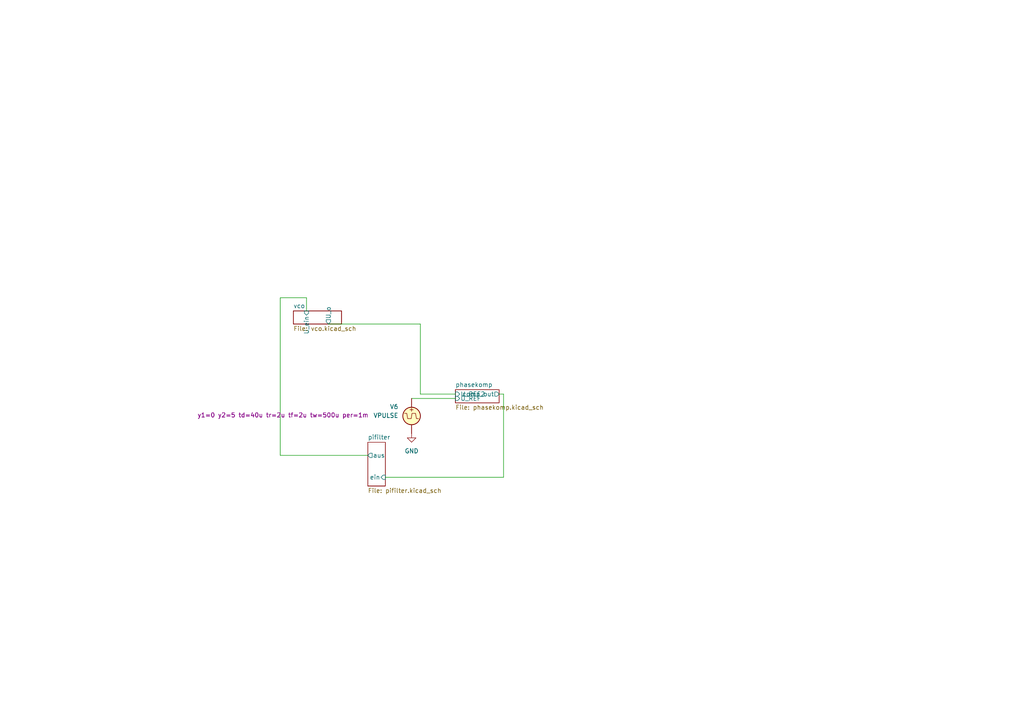
<source format=kicad_sch>
(kicad_sch
	(version 20231120)
	(generator "eeschema")
	(generator_version "8.0")
	(uuid "2bfb4d56-aacb-4507-b57e-dbc901fa3ede")
	(paper "A4")
	(lib_symbols
		(symbol "Simulation_SPICE:VPULSE"
			(pin_numbers hide)
			(pin_names
				(offset 0.0254)
			)
			(exclude_from_sim no)
			(in_bom yes)
			(on_board yes)
			(property "Reference" "V"
				(at 2.54 2.54 0)
				(effects
					(font
						(size 1.27 1.27)
					)
					(justify left)
				)
			)
			(property "Value" "VPULSE"
				(at 2.54 0 0)
				(effects
					(font
						(size 1.27 1.27)
					)
					(justify left)
				)
			)
			(property "Footprint" ""
				(at 0 0 0)
				(effects
					(font
						(size 1.27 1.27)
					)
					(hide yes)
				)
			)
			(property "Datasheet" "~"
				(at 0 0 0)
				(effects
					(font
						(size 1.27 1.27)
					)
					(hide yes)
				)
			)
			(property "Description" "Voltage source, pulse"
				(at 0 0 0)
				(effects
					(font
						(size 1.27 1.27)
					)
					(hide yes)
				)
			)
			(property "Sim.Pins" "1=+ 2=-"
				(at 0 0 0)
				(effects
					(font
						(size 1.27 1.27)
					)
					(hide yes)
				)
			)
			(property "Sim.Type" "PULSE"
				(at 0 0 0)
				(effects
					(font
						(size 1.27 1.27)
					)
					(hide yes)
				)
			)
			(property "Sim.Device" "V"
				(at 0 0 0)
				(effects
					(font
						(size 1.27 1.27)
					)
					(justify left)
					(hide yes)
				)
			)
			(property "Sim.Params" "y1=0 y2=1 td=2n tr=2n tf=2n tw=50n per=100n"
				(at 2.54 -2.54 0)
				(effects
					(font
						(size 1.27 1.27)
					)
					(justify left)
				)
			)
			(property "ki_keywords" "simulation"
				(at 0 0 0)
				(effects
					(font
						(size 1.27 1.27)
					)
					(hide yes)
				)
			)
			(symbol "VPULSE_0_0"
				(polyline
					(pts
						(xy -2.032 -0.762) (xy -1.397 -0.762) (xy -1.143 0.762) (xy -0.127 0.762) (xy 0.127 -0.762) (xy 1.143 -0.762)
						(xy 1.397 0.762) (xy 2.032 0.762)
					)
					(stroke
						(width 0)
						(type default)
					)
					(fill
						(type none)
					)
				)
				(text "+"
					(at 0 1.905 0)
					(effects
						(font
							(size 1.27 1.27)
						)
					)
				)
			)
			(symbol "VPULSE_0_1"
				(circle
					(center 0 0)
					(radius 2.54)
					(stroke
						(width 0.254)
						(type default)
					)
					(fill
						(type background)
					)
				)
			)
			(symbol "VPULSE_1_1"
				(pin passive line
					(at 0 5.08 270)
					(length 2.54)
					(name "~"
						(effects
							(font
								(size 1.27 1.27)
							)
						)
					)
					(number "1"
						(effects
							(font
								(size 1.27 1.27)
							)
						)
					)
				)
				(pin passive line
					(at 0 -5.08 90)
					(length 2.54)
					(name "~"
						(effects
							(font
								(size 1.27 1.27)
							)
						)
					)
					(number "2"
						(effects
							(font
								(size 1.27 1.27)
							)
						)
					)
				)
			)
		)
		(symbol "power:GND"
			(power)
			(pin_names
				(offset 0)
			)
			(exclude_from_sim no)
			(in_bom yes)
			(on_board yes)
			(property "Reference" "#PWR"
				(at 0 -6.35 0)
				(effects
					(font
						(size 1.27 1.27)
					)
					(hide yes)
				)
			)
			(property "Value" "GND"
				(at 0 -3.81 0)
				(effects
					(font
						(size 1.27 1.27)
					)
				)
			)
			(property "Footprint" ""
				(at 0 0 0)
				(effects
					(font
						(size 1.27 1.27)
					)
					(hide yes)
				)
			)
			(property "Datasheet" ""
				(at 0 0 0)
				(effects
					(font
						(size 1.27 1.27)
					)
					(hide yes)
				)
			)
			(property "Description" "Power symbol creates a global label with name \"GND\" , ground"
				(at 0 0 0)
				(effects
					(font
						(size 1.27 1.27)
					)
					(hide yes)
				)
			)
			(property "ki_keywords" "global power"
				(at 0 0 0)
				(effects
					(font
						(size 1.27 1.27)
					)
					(hide yes)
				)
			)
			(symbol "GND_0_1"
				(polyline
					(pts
						(xy 0 0) (xy 0 -1.27) (xy 1.27 -1.27) (xy 0 -2.54) (xy -1.27 -1.27) (xy 0 -1.27)
					)
					(stroke
						(width 0)
						(type default)
					)
					(fill
						(type none)
					)
				)
			)
			(symbol "GND_1_1"
				(pin power_in line
					(at 0 0 270)
					(length 0) hide
					(name "GND"
						(effects
							(font
								(size 1.27 1.27)
							)
						)
					)
					(number "1"
						(effects
							(font
								(size 1.27 1.27)
							)
						)
					)
				)
			)
		)
	)
	(wire
		(pts
			(xy 144.78 114.3) (xy 146.05 114.3)
		)
		(stroke
			(width 0)
			(type default)
		)
		(uuid "0e9f6669-9012-4252-a37f-78d7cbd4ef98")
	)
	(wire
		(pts
			(xy 81.28 86.36) (xy 88.9 86.36)
		)
		(stroke
			(width 0)
			(type default)
		)
		(uuid "58ee4c0f-7f88-4ddb-8d65-a350d567c442")
	)
	(wire
		(pts
			(xy 146.05 138.43) (xy 111.76 138.43)
		)
		(stroke
			(width 0)
			(type default)
		)
		(uuid "73e14d8f-5d49-453f-9765-35de50a6fd75")
	)
	(wire
		(pts
			(xy 106.68 132.08) (xy 81.28 132.08)
		)
		(stroke
			(width 0)
			(type default)
		)
		(uuid "748c9e64-1ea7-4ecb-8b08-db44f8f43104")
	)
	(wire
		(pts
			(xy 81.28 132.08) (xy 81.28 86.36)
		)
		(stroke
			(width 0)
			(type default)
		)
		(uuid "890e5cea-9b01-4b92-bf48-69467f2ff584")
	)
	(wire
		(pts
			(xy 146.05 114.3) (xy 146.05 138.43)
		)
		(stroke
			(width 0)
			(type default)
		)
		(uuid "8b2a63a1-ddfb-4e04-9688-ac90abc3b07b")
	)
	(wire
		(pts
			(xy 119.38 115.57) (xy 132.08 115.57)
		)
		(stroke
			(width 0)
			(type default)
		)
		(uuid "90e045fd-1890-4379-96a7-2aa4d1d8e632")
	)
	(wire
		(pts
			(xy 88.9 86.36) (xy 88.9 90.17)
		)
		(stroke
			(width 0)
			(type default)
		)
		(uuid "97697b0c-df00-40b1-a741-32b7cf670fce")
	)
	(wire
		(pts
			(xy 132.08 114.3) (xy 121.92 114.3)
		)
		(stroke
			(width 0)
			(type default)
		)
		(uuid "b19f7c59-c23c-4b15-b130-a58cd3616f22")
	)
	(wire
		(pts
			(xy 95.25 93.98) (xy 121.92 93.98)
		)
		(stroke
			(width 0)
			(type default)
		)
		(uuid "b7b038ca-bb7d-4c53-a86a-e1494c2189e6")
	)
	(wire
		(pts
			(xy 121.92 93.98) (xy 121.92 114.3)
		)
		(stroke
			(width 0)
			(type default)
		)
		(uuid "fbbc74e8-7258-45d9-b872-3c4ba0bbc329")
	)
	(symbol
		(lib_id "power:GND")
		(at 119.38 125.73 0)
		(unit 1)
		(exclude_from_sim no)
		(in_bom yes)
		(on_board yes)
		(dnp no)
		(fields_autoplaced yes)
		(uuid "865a8b06-e8ee-43ef-adc5-40d1e47e22b4")
		(property "Reference" "#PWR018"
			(at 119.38 132.08 0)
			(effects
				(font
					(size 1.27 1.27)
				)
				(hide yes)
			)
		)
		(property "Value" "GND"
			(at 119.38 130.81 0)
			(effects
				(font
					(size 1.27 1.27)
				)
			)
		)
		(property "Footprint" ""
			(at 119.38 125.73 0)
			(effects
				(font
					(size 1.27 1.27)
				)
				(hide yes)
			)
		)
		(property "Datasheet" ""
			(at 119.38 125.73 0)
			(effects
				(font
					(size 1.27 1.27)
				)
				(hide yes)
			)
		)
		(property "Description" ""
			(at 119.38 125.73 0)
			(effects
				(font
					(size 1.27 1.27)
				)
				(hide yes)
			)
		)
		(pin "1"
			(uuid "222f7f1f-8262-4abf-a289-8f566b5d39a3")
		)
		(instances
			(project "alles_getrennt"
				(path "/2bfb4d56-aacb-4507-b57e-dbc901fa3ede"
					(reference "#PWR018")
					(unit 1)
				)
			)
		)
	)
	(symbol
		(lib_id "Simulation_SPICE:VPULSE")
		(at 119.38 120.65 0)
		(mirror y)
		(unit 1)
		(exclude_from_sim no)
		(in_bom yes)
		(on_board yes)
		(dnp no)
		(uuid "f52257ae-fb50-41c3-996a-41ae4c32b640")
		(property "Reference" "V6"
			(at 115.57 117.9802 0)
			(effects
				(font
					(size 1.27 1.27)
				)
				(justify left)
			)
		)
		(property "Value" "VPULSE"
			(at 115.57 120.5202 0)
			(effects
				(font
					(size 1.27 1.27)
				)
				(justify left)
			)
		)
		(property "Footprint" ""
			(at 119.38 120.65 0)
			(effects
				(font
					(size 1.27 1.27)
				)
				(hide yes)
			)
		)
		(property "Datasheet" "~"
			(at 119.38 120.65 0)
			(effects
				(font
					(size 1.27 1.27)
				)
				(hide yes)
			)
		)
		(property "Description" ""
			(at 119.38 120.65 0)
			(effects
				(font
					(size 1.27 1.27)
				)
				(hide yes)
			)
		)
		(property "Sim.Pins" "1=+ 2=-"
			(at 119.38 120.65 0)
			(effects
				(font
					(size 1.27 1.27)
				)
				(hide yes)
			)
		)
		(property "Sim.Type" "PULSE"
			(at 119.38 120.65 0)
			(effects
				(font
					(size 1.27 1.27)
				)
				(hide yes)
			)
		)
		(property "Sim.Device" "V"
			(at 119.38 120.65 0)
			(effects
				(font
					(size 1.27 1.27)
				)
				(justify left)
				(hide yes)
			)
		)
		(property "Sim.Params" "y1=0 y2=5 td=40u tr=2u tf=2u tw=500u per=1m"
			(at 106.934 120.396 0)
			(effects
				(font
					(size 1.27 1.27)
				)
				(justify left)
			)
		)
		(pin "1"
			(uuid "cecb070c-3dc5-4444-b346-961ea4f16671")
		)
		(pin "2"
			(uuid "a305a78b-2e0b-4dcb-bd60-187f478f4833")
		)
		(instances
			(project "alles_getrennt"
				(path "/2bfb4d56-aacb-4507-b57e-dbc901fa3ede"
					(reference "V6")
					(unit 1)
				)
			)
		)
	)
	(sheet
		(at 106.68 128.27)
		(size 5.08 12.7)
		(fields_autoplaced yes)
		(stroke
			(width 0.1524)
			(type solid)
		)
		(fill
			(color 0 0 0 0.0000)
		)
		(uuid "a87cc6be-1234-40f6-803d-735417fdea9f")
		(property "Sheetname" "pifilter"
			(at 106.68 127.5584 0)
			(effects
				(font
					(size 1.27 1.27)
				)
				(justify left bottom)
			)
		)
		(property "Sheetfile" "pifilter.kicad_sch"
			(at 106.68 141.5546 0)
			(effects
				(font
					(size 1.27 1.27)
				)
				(justify left top)
			)
		)
		(property "Field2" ""
			(at 102.87 132.08 0)
			(effects
				(font
					(size 1.27 1.27)
				)
				(hide yes)
			)
		)
		(pin "ein" input
			(at 111.76 138.43 0)
			(effects
				(font
					(size 1.27 1.27)
				)
				(justify right)
			)
			(uuid "059a281d-3eab-450f-8159-a72332fa73f2")
		)
		(pin "aus" output
			(at 106.68 132.08 180)
			(effects
				(font
					(size 1.27 1.27)
				)
				(justify left)
			)
			(uuid "0b89c493-240e-4c20-a785-2055a8af94b8")
		)
		(instances
			(project "alles_getrennt"
				(path "/2bfb4d56-aacb-4507-b57e-dbc901fa3ede"
					(page "2")
				)
			)
		)
	)
	(sheet
		(at 85.09 90.17)
		(size 13.97 3.81)
		(fields_autoplaced yes)
		(stroke
			(width 0.1524)
			(type solid)
		)
		(fill
			(color 0 0 0 0.0000)
		)
		(uuid "b0c2f8de-20a6-4fcd-9146-a9c4c2c31a6d")
		(property "Sheetname" "vco"
			(at 85.09 89.4584 0)
			(effects
				(font
					(size 1.27 1.27)
				)
				(justify left bottom)
			)
		)
		(property "Sheetfile" "vco.kicad_sch"
			(at 85.09 94.5646 0)
			(effects
				(font
					(size 1.27 1.27)
				)
				(justify left top)
			)
		)
		(pin "U_ein" input
			(at 88.9 90.17 90)
			(effects
				(font
					(size 1.27 1.27)
				)
				(justify right)
			)
			(uuid "78c4ff3f-5685-49a2-8c0c-ea8fef616232")
		)
		(pin "U_o" output
			(at 95.25 93.98 270)
			(effects
				(font
					(size 1.27 1.27)
				)
				(justify left)
			)
			(uuid "d1ac4847-ed2c-4cf7-9106-297d4e977ac6")
		)
		(instances
			(project "alles_getrennt"
				(path "/2bfb4d56-aacb-4507-b57e-dbc901fa3ede"
					(page "3")
				)
			)
		)
	)
	(sheet
		(at 132.08 113.03)
		(size 12.7 3.81)
		(fields_autoplaced yes)
		(stroke
			(width 0.1524)
			(type solid)
		)
		(fill
			(color 0 0 0 0.0000)
		)
		(uuid "c41ea62d-7c7c-4b13-9646-7a92703c5cd9")
		(property "Sheetname" "phasekomp"
			(at 132.08 112.3184 0)
			(effects
				(font
					(size 1.27 1.27)
				)
				(justify left bottom)
			)
		)
		(property "Sheetfile" "phasekomp.kicad_sch"
			(at 132.08 117.4246 0)
			(effects
				(font
					(size 1.27 1.27)
				)
				(justify left top)
			)
		)
		(property "Field2" ""
			(at 132.08 113.03 0)
			(effects
				(font
					(size 1.27 1.27)
				)
				(hide yes)
			)
		)
		(pin "comp_out" output
			(at 144.78 114.3 0)
			(effects
				(font
					(size 1.27 1.27)
				)
				(justify right)
			)
			(uuid "a382e26e-2f63-4472-8417-0128d9dce99e")
		)
		(pin "U_REF" input
			(at 132.08 115.57 180)
			(effects
				(font
					(size 1.27 1.27)
				)
				(justify left)
			)
			(uuid "e5ae2968-6e37-4166-b84c-cbc13b5f4200")
		)
		(pin "U_REF2" input
			(at 132.08 114.3 180)
			(effects
				(font
					(size 1.27 1.27)
				)
				(justify left)
			)
			(uuid "fe65b11f-5441-44b9-8af5-1f10b5244b1f")
		)
		(instances
			(project "alles_getrennt"
				(path "/2bfb4d56-aacb-4507-b57e-dbc901fa3ede"
					(page "4")
				)
			)
		)
	)
	(sheet_instances
		(path "/"
			(page "1")
		)
	)
)
</source>
